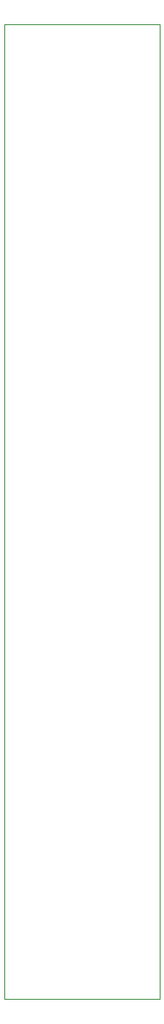
<source format=gbr>
%TF.GenerationSoftware,KiCad,Pcbnew,(6.0.4-0)*%
%TF.CreationDate,2022-12-20T07:59:27-08:00*%
%TF.ProjectId,slutch,736c7574-6368-42e6-9b69-6361645f7063,rev?*%
%TF.SameCoordinates,Original*%
%TF.FileFunction,Profile,NP*%
%FSLAX46Y46*%
G04 Gerber Fmt 4.6, Leading zero omitted, Abs format (unit mm)*
G04 Created by KiCad (PCBNEW (6.0.4-0)) date 2022-12-20 07:59:27*
%MOMM*%
%LPD*%
G01*
G04 APERTURE LIST*
%TA.AperFunction,Profile*%
%ADD10C,0.100000*%
%TD*%
G04 APERTURE END LIST*
D10*
X177800000Y-127000000D02*
X193040000Y-127000000D01*
X193040000Y-127000000D02*
X193040000Y-31750000D01*
X193040000Y-31750000D02*
X177800000Y-31750000D01*
X177800000Y-31750000D02*
X177800000Y-127000000D01*
M02*

</source>
